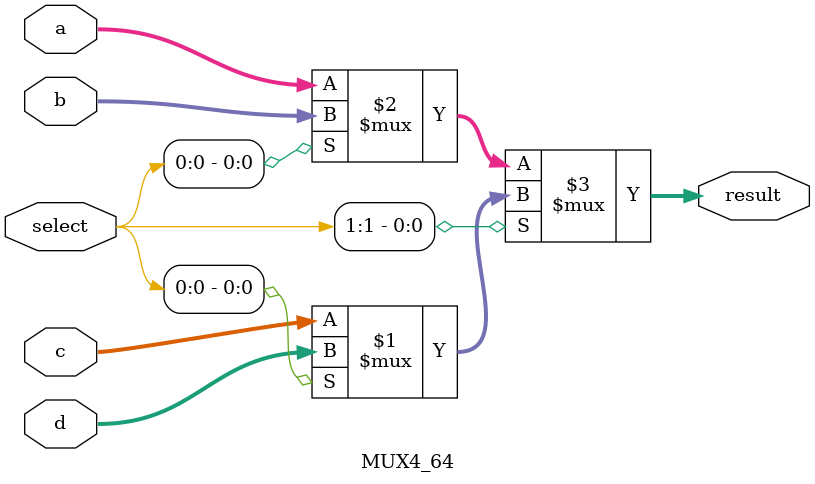
<source format=v>
module MUX4_64(
            input[63:0] a, b, c, d,    //00 01 10 11
            input[1:0] select,
            output[63:0] result);      // output 

assign result = select[1] ? (select[0] ? d : c) : (select[0] ? b : a); 

endmodule
</source>
